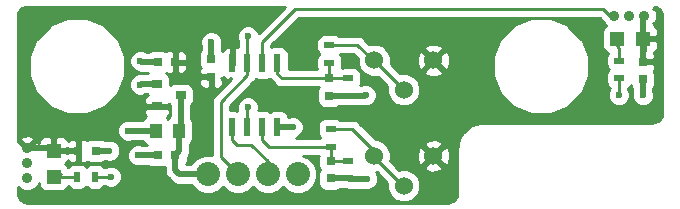
<source format=gbr>
G04 #@! TF.GenerationSoftware,KiCad,Pcbnew,(5.0.0-3-g5ebb6b6)*
G04 #@! TF.CreationDate,2018-08-08T21:58:00-07:00*
G04 #@! TF.ProjectId,MZBOT_XY-Endstop,4D5A424F545F58592D456E6473746F70,A*
G04 #@! TF.SameCoordinates,Original*
G04 #@! TF.FileFunction,Copper,L1,Top,Signal*
G04 #@! TF.FilePolarity,Positive*
%FSLAX46Y46*%
G04 Gerber Fmt 4.6, Leading zero omitted, Abs format (unit mm)*
G04 Created by KiCad (PCBNEW (5.0.0-3-g5ebb6b6)) date Wednesday, August 08, 2018 at 09:58:00 PM*
%MOMM*%
%LPD*%
G01*
G04 APERTURE LIST*
G04 #@! TA.AperFunction,ComponentPad*
%ADD10C,0.900000*%
G04 #@! TD*
G04 #@! TA.AperFunction,ComponentPad*
%ADD11C,1.524000*%
G04 #@! TD*
G04 #@! TA.AperFunction,SMDPad,CuDef*
%ADD12R,0.800000X0.750000*%
G04 #@! TD*
G04 #@! TA.AperFunction,ComponentPad*
%ADD13C,2.032000*%
G04 #@! TD*
G04 #@! TA.AperFunction,SMDPad,CuDef*
%ADD14R,0.500000X0.900000*%
G04 #@! TD*
G04 #@! TA.AperFunction,SMDPad,CuDef*
%ADD15R,0.750000X0.800000*%
G04 #@! TD*
G04 #@! TA.AperFunction,SMDPad,CuDef*
%ADD16R,0.900000X0.500000*%
G04 #@! TD*
G04 #@! TA.AperFunction,SMDPad,CuDef*
%ADD17R,0.600000X1.550000*%
G04 #@! TD*
G04 #@! TA.AperFunction,SMDPad,CuDef*
%ADD18R,0.900000X0.800000*%
G04 #@! TD*
G04 #@! TA.AperFunction,SMDPad,CuDef*
%ADD19R,1.000000X1.250000*%
G04 #@! TD*
G04 #@! TA.AperFunction,SMDPad,CuDef*
%ADD20R,1.200000X1.200000*%
G04 #@! TD*
G04 #@! TA.AperFunction,ViaPad*
%ADD21C,0.600000*%
G04 #@! TD*
G04 #@! TA.AperFunction,Conductor*
%ADD22C,0.508000*%
G04 #@! TD*
G04 #@! TA.AperFunction,Conductor*
%ADD23C,0.254000*%
G04 #@! TD*
G04 #@! TA.AperFunction,Conductor*
%ADD24C,0.250000*%
G04 #@! TD*
G04 APERTURE END LIST*
D10*
G04 #@! TO.P,U1,2*
G04 #@! TO.N,GND*
X123500000Y-106980000D03*
G04 #@! TO.P,U1,1*
G04 #@! TO.N,+3V3*
X123500000Y-105710000D03*
G04 #@! TO.P,U1,3*
G04 #@! TO.N,Net-(U1-Pad3)*
X123500000Y-108250000D03*
G04 #@! TD*
D11*
G04 #@! TO.P,VR1,1*
G04 #@! TO.N,Net-(R1-Pad2)*
X155400000Y-108850000D03*
G04 #@! TO.P,VR1,2*
X152900000Y-106350000D03*
G04 #@! TO.P,VR1,3*
G04 #@! TO.N,+3V3*
X157900000Y-106350000D03*
G04 #@! TD*
D12*
G04 #@! TO.P,C5,2*
G04 #@! TO.N,GND*
X129322200Y-105905800D03*
G04 #@! TO.P,C5,1*
G04 #@! TO.N,+3V3*
X127822200Y-105905800D03*
G04 #@! TD*
D13*
G04 #@! TO.P,J1,1*
G04 #@! TO.N,GND*
X146410000Y-107900000D03*
G04 #@! TO.P,J1,2*
G04 #@! TO.N,X_SIG*
X143870000Y-107900000D03*
G04 #@! TO.P,J1,3*
G04 #@! TO.N,Y_SIG*
X141330000Y-107900000D03*
G04 #@! TO.P,J1,4*
G04 #@! TO.N,+5V*
X138790000Y-107900000D03*
G04 #@! TD*
D14*
G04 #@! TO.P,R9,1*
G04 #@! TO.N,Net-(D1-Pad1)*
X127758000Y-108090200D03*
G04 #@! TO.P,R9,2*
G04 #@! TO.N,X_SIG*
X129258000Y-108090200D03*
G04 #@! TD*
D15*
G04 #@! TO.P,C1,2*
G04 #@! TO.N,GND*
X149200000Y-108250000D03*
G04 #@! TO.P,C1,1*
G04 #@! TO.N,Net-(C1-Pad1)*
X149200000Y-106750000D03*
G04 #@! TD*
G04 #@! TO.P,C2,2*
G04 #@! TO.N,GND*
X149100000Y-101250000D03*
G04 #@! TO.P,C2,1*
G04 #@! TO.N,Net-(C2-Pad1)*
X149100000Y-99750000D03*
G04 #@! TD*
D12*
G04 #@! TO.P,C3,2*
G04 #@! TO.N,GND*
X134550000Y-106300000D03*
G04 #@! TO.P,C3,1*
G04 #@! TO.N,+5V*
X136050000Y-106300000D03*
G04 #@! TD*
G04 #@! TO.P,C4,2*
G04 #@! TO.N,GND*
X134550000Y-98400000D03*
G04 #@! TO.P,C4,1*
G04 #@! TO.N,+3V3*
X136050000Y-98400000D03*
G04 #@! TD*
D16*
G04 #@! TO.P,R1,1*
G04 #@! TO.N,Net-(C1-Pad1)*
X149200000Y-105550000D03*
G04 #@! TO.P,R1,2*
G04 #@! TO.N,Net-(R1-Pad2)*
X149200000Y-104050000D03*
G04 #@! TD*
G04 #@! TO.P,R2,1*
G04 #@! TO.N,Net-(C1-Pad1)*
X150700000Y-106750000D03*
G04 #@! TO.P,R2,2*
G04 #@! TO.N,GND*
X150700000Y-108250000D03*
G04 #@! TD*
G04 #@! TO.P,R3,1*
G04 #@! TO.N,Net-(C2-Pad1)*
X149100000Y-98450000D03*
G04 #@! TO.P,R3,2*
G04 #@! TO.N,Net-(R3-Pad2)*
X149100000Y-96950000D03*
G04 #@! TD*
G04 #@! TO.P,R4,1*
G04 #@! TO.N,Net-(C2-Pad1)*
X150700000Y-99750000D03*
G04 #@! TO.P,R4,2*
G04 #@! TO.N,GND*
X150700000Y-101250000D03*
G04 #@! TD*
G04 #@! TO.P,R10,1*
G04 #@! TO.N,Net-(D2-Pad1)*
X173618400Y-98272400D03*
G04 #@! TO.P,R10,2*
G04 #@! TO.N,Y_SIG*
X173618400Y-99772400D03*
G04 #@! TD*
D10*
G04 #@! TO.P,U2,2*
G04 #@! TO.N,GND*
X174500000Y-94500000D03*
G04 #@! TO.P,U2,1*
G04 #@! TO.N,+3V3*
X175770000Y-94500000D03*
G04 #@! TO.P,U2,3*
G04 #@! TO.N,Net-(U2-Pad3)*
X173230000Y-94500000D03*
G04 #@! TD*
D17*
G04 #@! TO.P,U3,1*
G04 #@! TO.N,X_SIG*
X140895000Y-103900000D03*
G04 #@! TO.P,U3,2*
G04 #@! TO.N,Net-(U1-Pad3)*
X142165000Y-103900000D03*
G04 #@! TO.P,U3,3*
G04 #@! TO.N,Net-(C1-Pad1)*
X143435000Y-103900000D03*
G04 #@! TO.P,U3,4*
G04 #@! TO.N,GND*
X144705000Y-103900000D03*
G04 #@! TO.P,U3,5*
G04 #@! TO.N,Net-(C2-Pad1)*
X144705000Y-98500000D03*
G04 #@! TO.P,U3,6*
G04 #@! TO.N,Net-(U2-Pad3)*
X143435000Y-98500000D03*
G04 #@! TO.P,U3,7*
G04 #@! TO.N,Y_SIG*
X142165000Y-98500000D03*
G04 #@! TO.P,U3,8*
G04 #@! TO.N,+3V3*
X140895000Y-98500000D03*
G04 #@! TD*
D18*
G04 #@! TO.P,U4,1*
G04 #@! TO.N,GND*
X134500000Y-100250000D03*
G04 #@! TO.P,U4,2*
G04 #@! TO.N,+3V3*
X134500000Y-102150000D03*
G04 #@! TO.P,U4,3*
G04 #@! TO.N,+5V*
X136500000Y-101200000D03*
G04 #@! TD*
D15*
G04 #@! TO.P,C6,2*
G04 #@! TO.N,GND*
X175650400Y-99874000D03*
G04 #@! TO.P,C6,1*
G04 #@! TO.N,+3V3*
X175650400Y-98374000D03*
G04 #@! TD*
G04 #@! TO.P,C7,2*
G04 #@! TO.N,+3V3*
X139100000Y-99650000D03*
G04 #@! TO.P,C7,1*
G04 #@! TO.N,GND*
X139100000Y-98150000D03*
G04 #@! TD*
D19*
G04 #@! TO.P,C8,1*
G04 #@! TO.N,+5V*
X136400000Y-104200000D03*
G04 #@! TO.P,C8,2*
G04 #@! TO.N,GND*
X134400000Y-104200000D03*
G04 #@! TD*
D20*
G04 #@! TO.P,D1,2*
G04 #@! TO.N,+3V3*
X125750000Y-105900000D03*
G04 #@! TO.P,D1,1*
G04 #@! TO.N,Net-(D1-Pad1)*
X125750000Y-108100000D03*
G04 #@! TD*
G04 #@! TO.P,D2,2*
G04 #@! TO.N,+3V3*
X175658200Y-96431600D03*
G04 #@! TO.P,D2,1*
G04 #@! TO.N,Net-(D2-Pad1)*
X173458200Y-96431600D03*
G04 #@! TD*
D11*
G04 #@! TO.P,VR2,1*
G04 #@! TO.N,Net-(R3-Pad2)*
X155400000Y-100750000D03*
G04 #@! TO.P,VR2,2*
X152900000Y-98250000D03*
G04 #@! TO.P,VR2,3*
G04 #@! TO.N,+3V3*
X157900000Y-98250000D03*
G04 #@! TD*
D21*
G04 #@! TO.N,GND*
X132050000Y-104200000D03*
X139100000Y-96700000D03*
X132900000Y-106300000D03*
X133100000Y-98300000D03*
X133100000Y-100300000D03*
X152300000Y-108300000D03*
X146000000Y-103900000D03*
X152200000Y-101200000D03*
X175641000Y-101219000D03*
X130462000Y-105892000D03*
G04 #@! TO.N,Y_SIG*
X142200000Y-96200000D03*
X173600000Y-101200000D03*
G04 #@! TO.N,X_SIG*
X130600000Y-108100000D03*
G04 #@! TO.N,Net-(U1-Pad3)*
X142200000Y-102200000D03*
G04 #@! TD*
D22*
G04 #@! TO.N,GND*
X134400000Y-104200000D02*
X132050000Y-104200000D01*
X139100000Y-98150000D02*
X139100000Y-96700000D01*
X134550000Y-106300000D02*
X132900000Y-106300000D01*
X134550000Y-98400000D02*
X133200000Y-98400000D01*
X133200000Y-98400000D02*
X133100000Y-98300000D01*
X134500000Y-100250000D02*
X133150000Y-100250000D01*
X133150000Y-100250000D02*
X133100000Y-100300000D01*
X149200000Y-108250000D02*
X150700000Y-108250000D01*
X150700000Y-108250000D02*
X150750000Y-108300000D01*
X150750000Y-108300000D02*
X152300000Y-108300000D01*
X144705000Y-103900000D02*
X146000000Y-103900000D01*
X150700000Y-101250000D02*
X152150000Y-101250000D01*
X152150000Y-101250000D02*
X152200000Y-101200000D01*
X149100000Y-101250000D02*
X150700000Y-101250000D01*
X175650400Y-99874000D02*
X175650400Y-101209600D01*
X175650400Y-101209600D02*
X175641000Y-101219000D01*
X129322200Y-105905800D02*
X130448200Y-105905800D01*
X130448200Y-105905800D02*
X130462000Y-105892000D01*
D23*
G04 #@! TO.N,Net-(C1-Pad1)*
X149200000Y-105550000D02*
X149200000Y-106750000D01*
X149200000Y-106750000D02*
X150700000Y-106750000D01*
X149200000Y-105550000D02*
X143950000Y-105550000D01*
X143435000Y-105035000D02*
X143435000Y-103900000D01*
X143950000Y-105550000D02*
X143435000Y-105035000D01*
G04 #@! TO.N,Net-(C2-Pad1)*
X149100000Y-99750000D02*
X150700000Y-99750000D01*
X149100000Y-99750000D02*
X149100000Y-98450000D01*
X144705000Y-98500000D02*
X144705000Y-99405000D01*
X145050000Y-99750000D02*
X149100000Y-99750000D01*
X144705000Y-99405000D02*
X145050000Y-99750000D01*
D22*
G04 #@! TO.N,+5V*
X138790000Y-107900000D02*
X136400000Y-107900000D01*
X136050000Y-107550000D02*
X136050000Y-106300000D01*
X136400000Y-107900000D02*
X136050000Y-107550000D01*
X136050000Y-106300000D02*
X136400000Y-105950000D01*
X136400000Y-105950000D02*
X136400000Y-104200000D01*
X136400000Y-104200000D02*
X136500000Y-104100000D01*
X136500000Y-104100000D02*
X136500000Y-101200000D01*
G04 #@! TO.N,+3V3*
X123500000Y-105710000D02*
X125560000Y-105710000D01*
X125750000Y-105900000D02*
X127816400Y-105900000D01*
X125560000Y-105710000D02*
X125750000Y-105900000D01*
X125560000Y-105710000D02*
X125750000Y-105900000D01*
X127816400Y-105900000D02*
X127822200Y-105905800D01*
X175658200Y-96431600D02*
X175658200Y-94611800D01*
X175658200Y-94611800D02*
X175770000Y-94500000D01*
X175658200Y-96431600D02*
X175658200Y-98366200D01*
X175658200Y-98366200D02*
X175650400Y-98374000D01*
D23*
G04 #@! TO.N,Y_SIG*
X142165000Y-98500000D02*
X142165000Y-99535000D01*
X139900000Y-106470000D02*
X141330000Y-107900000D01*
X139900000Y-101800000D02*
X139900000Y-106470000D01*
X142165000Y-99535000D02*
X139900000Y-101800000D01*
X173618400Y-99772400D02*
X173618400Y-101181600D01*
X142165000Y-96235000D02*
X142165000Y-98500000D01*
X142200000Y-96200000D02*
X142165000Y-96235000D01*
X173618400Y-101181600D02*
X173600000Y-101200000D01*
G04 #@! TO.N,X_SIG*
X129258000Y-108090200D02*
X130590200Y-108090200D01*
X130590200Y-108090200D02*
X130600000Y-108100000D01*
X140895000Y-103900000D02*
X140895000Y-104995000D01*
X143870000Y-106770000D02*
X143870000Y-107900000D01*
X142500000Y-105400000D02*
X143870000Y-106770000D01*
X141300000Y-105400000D02*
X142500000Y-105400000D01*
X140895000Y-104995000D02*
X141300000Y-105400000D01*
G04 #@! TO.N,Net-(U1-Pad3)*
X142165000Y-102235000D02*
X142165000Y-103900000D01*
X142200000Y-102200000D02*
X142165000Y-102235000D01*
G04 #@! TO.N,Net-(U2-Pad3)*
X173230000Y-94500000D02*
X172900000Y-94500000D01*
X172900000Y-94500000D02*
X172300000Y-93900000D01*
X143435000Y-96665000D02*
X143435000Y-98500000D01*
X146200000Y-93900000D02*
X143435000Y-96665000D01*
X172300000Y-93900000D02*
X146200000Y-93900000D01*
G04 #@! TO.N,Net-(D1-Pad1)*
X125750000Y-108100000D02*
X127748200Y-108100000D01*
D24*
X126225000Y-107900000D02*
X126350000Y-107900000D01*
D23*
X127650000Y-108100000D02*
X127750000Y-108000000D01*
X127748200Y-108100000D02*
X127758000Y-108090200D01*
G04 #@! TO.N,Net-(D2-Pad1)*
X173458200Y-96431600D02*
X173458200Y-97033400D01*
X173618400Y-97193600D02*
X173618400Y-98272400D01*
X173458200Y-97033400D02*
X173618400Y-97193600D01*
G04 #@! TO.N,Net-(R1-Pad2)*
X152900000Y-106350000D02*
X152900000Y-105900000D01*
X152900000Y-105900000D02*
X151050000Y-104050000D01*
X151050000Y-104050000D02*
X149200000Y-104050000D01*
X155300000Y-108850000D02*
X152800000Y-106350000D01*
X152800000Y-106350000D02*
X152800000Y-106000000D01*
G04 #@! TO.N,Net-(R3-Pad2)*
X155400000Y-100750000D02*
X152900000Y-98250000D01*
X152900000Y-98250000D02*
X152750000Y-98250000D01*
X152750000Y-98250000D02*
X151450000Y-96950000D01*
X151450000Y-96950000D02*
X149100000Y-96950000D01*
G04 #@! TD*
G04 #@! TO.N,+3V3*
G36*
X143097906Y-95924464D02*
X142992655Y-95670365D01*
X142729635Y-95407345D01*
X142385983Y-95265000D01*
X142014017Y-95265000D01*
X141670365Y-95407345D01*
X141407345Y-95670365D01*
X141265000Y-96014017D01*
X141265000Y-96385983D01*
X141403000Y-96719146D01*
X141403000Y-97123837D01*
X141321310Y-97090000D01*
X141180750Y-97090000D01*
X141022000Y-97248750D01*
X141022000Y-98373000D01*
X141042000Y-98373000D01*
X141042000Y-98627000D01*
X141022000Y-98627000D01*
X141022000Y-98647000D01*
X140768000Y-98647000D01*
X140768000Y-98627000D01*
X140748000Y-98627000D01*
X140748000Y-98373000D01*
X140768000Y-98373000D01*
X140768000Y-97248750D01*
X140609250Y-97090000D01*
X140468690Y-97090000D01*
X140235301Y-97186673D01*
X140056673Y-97365302D01*
X140027967Y-97434604D01*
X139989000Y-97376286D01*
X139989000Y-96997037D01*
X140035000Y-96885983D01*
X140035000Y-96514017D01*
X139892655Y-96170365D01*
X139629635Y-95907345D01*
X139285983Y-95765000D01*
X138914017Y-95765000D01*
X138570365Y-95907345D01*
X138307345Y-96170365D01*
X138165000Y-96514017D01*
X138165000Y-96885983D01*
X138211001Y-96997039D01*
X138211001Y-97376285D01*
X138126843Y-97502235D01*
X138077560Y-97750000D01*
X138077560Y-98550000D01*
X138126843Y-98797765D01*
X138187873Y-98889102D01*
X138186673Y-98890302D01*
X138090000Y-99123691D01*
X138090000Y-99364250D01*
X138248750Y-99523000D01*
X138973000Y-99523000D01*
X138973000Y-99503000D01*
X139227000Y-99503000D01*
X139227000Y-99523000D01*
X139247000Y-99523000D01*
X139247000Y-99777000D01*
X139227000Y-99777000D01*
X139227000Y-100526250D01*
X139385750Y-100685000D01*
X139601310Y-100685000D01*
X139834699Y-100588327D01*
X140013327Y-100409698D01*
X140110000Y-100176309D01*
X140110000Y-99935750D01*
X139951252Y-99777002D01*
X140110000Y-99777002D01*
X140110000Y-99688025D01*
X140235301Y-99813327D01*
X140468690Y-99910000D01*
X140609250Y-99910000D01*
X140767998Y-99751252D01*
X140767998Y-99854371D01*
X139414253Y-101208117D01*
X139350629Y-101250629D01*
X139182212Y-101502684D01*
X139138000Y-101724953D01*
X139138000Y-101724957D01*
X139123073Y-101800000D01*
X139138000Y-101875043D01*
X139138001Y-106257117D01*
X139118404Y-106249000D01*
X138461596Y-106249000D01*
X137854784Y-106500350D01*
X137390350Y-106964784D01*
X137371207Y-107011000D01*
X136989200Y-107011000D01*
X137048157Y-106922765D01*
X137097440Y-106675000D01*
X137097440Y-106506364D01*
X137237419Y-106296870D01*
X137289000Y-106037556D01*
X137289000Y-106037555D01*
X137306416Y-105950000D01*
X137289000Y-105862445D01*
X137289000Y-105328786D01*
X137357809Y-105282809D01*
X137498157Y-105072765D01*
X137547440Y-104825000D01*
X137547440Y-103575000D01*
X137498157Y-103327235D01*
X137389000Y-103163871D01*
X137389000Y-102070377D01*
X137407809Y-102057809D01*
X137548157Y-101847765D01*
X137597440Y-101600000D01*
X137597440Y-100800000D01*
X137548157Y-100552235D01*
X137407809Y-100342191D01*
X137197765Y-100201843D01*
X136950000Y-100152560D01*
X136050000Y-100152560D01*
X135802235Y-100201843D01*
X135597440Y-100338684D01*
X135597440Y-99935750D01*
X138090000Y-99935750D01*
X138090000Y-100176309D01*
X138186673Y-100409698D01*
X138365301Y-100588327D01*
X138598690Y-100685000D01*
X138814250Y-100685000D01*
X138973000Y-100526250D01*
X138973000Y-99777000D01*
X138248750Y-99777000D01*
X138090000Y-99935750D01*
X135597440Y-99935750D01*
X135597440Y-99850000D01*
X135548157Y-99602235D01*
X135407809Y-99392191D01*
X135288544Y-99312500D01*
X135289102Y-99312127D01*
X135290302Y-99313327D01*
X135523691Y-99410000D01*
X135764250Y-99410000D01*
X135923000Y-99251250D01*
X135923000Y-98527000D01*
X136177000Y-98527000D01*
X136177000Y-99251250D01*
X136335750Y-99410000D01*
X136576309Y-99410000D01*
X136809698Y-99313327D01*
X136988327Y-99134699D01*
X137085000Y-98901310D01*
X137085000Y-98685750D01*
X136926250Y-98527000D01*
X136177000Y-98527000D01*
X135923000Y-98527000D01*
X135903000Y-98527000D01*
X135903000Y-98273000D01*
X135923000Y-98273000D01*
X135923000Y-97548750D01*
X136177000Y-97548750D01*
X136177000Y-98273000D01*
X136926250Y-98273000D01*
X137085000Y-98114250D01*
X137085000Y-97898690D01*
X136988327Y-97665301D01*
X136809698Y-97486673D01*
X136576309Y-97390000D01*
X136335750Y-97390000D01*
X136177000Y-97548750D01*
X135923000Y-97548750D01*
X135764250Y-97390000D01*
X135523691Y-97390000D01*
X135290302Y-97486673D01*
X135289102Y-97487873D01*
X135197765Y-97426843D01*
X134950000Y-97377560D01*
X134150000Y-97377560D01*
X133902235Y-97426843D01*
X133776286Y-97511000D01*
X133633290Y-97511000D01*
X133629635Y-97507345D01*
X133285983Y-97365000D01*
X132914017Y-97365000D01*
X132570365Y-97507345D01*
X132307345Y-97770365D01*
X132165000Y-98114017D01*
X132165000Y-98485983D01*
X132307345Y-98829635D01*
X132570365Y-99092655D01*
X132744299Y-99164701D01*
X132853130Y-99237419D01*
X133112444Y-99289000D01*
X133112448Y-99289000D01*
X133199999Y-99306415D01*
X133287550Y-99289000D01*
X133746626Y-99289000D01*
X133638871Y-99361000D01*
X133237556Y-99361000D01*
X133150000Y-99343584D01*
X133062444Y-99361000D01*
X133042335Y-99365000D01*
X132914017Y-99365000D01*
X132570365Y-99507345D01*
X132307345Y-99770365D01*
X132165000Y-100114017D01*
X132165000Y-100485983D01*
X132307345Y-100829635D01*
X132570365Y-101092655D01*
X132914017Y-101235000D01*
X133285983Y-101235000D01*
X133517748Y-101139000D01*
X133638871Y-101139000D01*
X133725694Y-101197013D01*
X133690302Y-101211673D01*
X133511673Y-101390301D01*
X133415000Y-101623690D01*
X133415000Y-101864250D01*
X133573750Y-102023000D01*
X134373000Y-102023000D01*
X134373000Y-102003000D01*
X134627000Y-102003000D01*
X134627000Y-102023000D01*
X135426250Y-102023000D01*
X135511781Y-101937469D01*
X135592191Y-102057809D01*
X135611001Y-102070377D01*
X135611000Y-103004395D01*
X135442191Y-103117191D01*
X135400000Y-103180334D01*
X135357809Y-103117191D01*
X135311666Y-103086359D01*
X135488327Y-102909699D01*
X135585000Y-102676310D01*
X135585000Y-102435750D01*
X135426250Y-102277000D01*
X134627000Y-102277000D01*
X134627000Y-102297000D01*
X134373000Y-102297000D01*
X134373000Y-102277000D01*
X133573750Y-102277000D01*
X133415000Y-102435750D01*
X133415000Y-102676310D01*
X133511673Y-102909699D01*
X133608225Y-103006250D01*
X133442191Y-103117191D01*
X133312691Y-103311000D01*
X132347037Y-103311000D01*
X132235983Y-103265000D01*
X131864017Y-103265000D01*
X131520365Y-103407345D01*
X131257345Y-103670365D01*
X131115000Y-104014017D01*
X131115000Y-104385983D01*
X131257345Y-104729635D01*
X131520365Y-104992655D01*
X131864017Y-105135000D01*
X132235983Y-105135000D01*
X132347037Y-105089000D01*
X133312691Y-105089000D01*
X133442191Y-105282809D01*
X133634041Y-105411000D01*
X133197037Y-105411000D01*
X133085983Y-105365000D01*
X132714017Y-105365000D01*
X132370365Y-105507345D01*
X132107345Y-105770365D01*
X131965000Y-106114017D01*
X131965000Y-106485983D01*
X132107345Y-106829635D01*
X132370365Y-107092655D01*
X132714017Y-107235000D01*
X133085983Y-107235000D01*
X133197037Y-107189000D01*
X133776286Y-107189000D01*
X133902235Y-107273157D01*
X134150000Y-107322440D01*
X134950000Y-107322440D01*
X135161000Y-107280470D01*
X135161000Y-107462445D01*
X135143584Y-107550000D01*
X135161000Y-107637555D01*
X135212581Y-107896869D01*
X135409067Y-108190933D01*
X135483296Y-108240531D01*
X135709469Y-108466704D01*
X135759067Y-108540933D01*
X136053130Y-108737419D01*
X136312444Y-108789000D01*
X136312445Y-108789000D01*
X136400000Y-108806416D01*
X136487555Y-108789000D01*
X137371207Y-108789000D01*
X137390350Y-108835216D01*
X137854784Y-109299650D01*
X138461596Y-109551000D01*
X139118404Y-109551000D01*
X139725216Y-109299650D01*
X140060000Y-108964866D01*
X140394784Y-109299650D01*
X141001596Y-109551000D01*
X141658404Y-109551000D01*
X142265216Y-109299650D01*
X142600000Y-108964866D01*
X142934784Y-109299650D01*
X143541596Y-109551000D01*
X144198404Y-109551000D01*
X144805216Y-109299650D01*
X145140000Y-108964866D01*
X145474784Y-109299650D01*
X146081596Y-109551000D01*
X146738404Y-109551000D01*
X147345216Y-109299650D01*
X147809650Y-108835216D01*
X148061000Y-108228404D01*
X148061000Y-107571596D01*
X147809650Y-106964784D01*
X147345216Y-106500350D01*
X146890499Y-106312000D01*
X148185119Y-106312000D01*
X148177560Y-106350000D01*
X148177560Y-107150000D01*
X148226843Y-107397765D01*
X148295155Y-107500000D01*
X148226843Y-107602235D01*
X148177560Y-107850000D01*
X148177560Y-108650000D01*
X148226843Y-108897765D01*
X148367191Y-109107809D01*
X148577235Y-109248157D01*
X148825000Y-109297440D01*
X149575000Y-109297440D01*
X149822765Y-109248157D01*
X149986129Y-109139000D01*
X150207569Y-109139000D01*
X150250000Y-109147440D01*
X150453509Y-109147440D01*
X150750000Y-109206416D01*
X150837556Y-109189000D01*
X152002963Y-109189000D01*
X152114017Y-109235000D01*
X152485983Y-109235000D01*
X152829635Y-109092655D01*
X153092655Y-108829635D01*
X153235000Y-108485983D01*
X153235000Y-108114017D01*
X153092655Y-107770365D01*
X153069290Y-107747000D01*
X153119370Y-107747000D01*
X154003000Y-108630631D01*
X154003000Y-109127881D01*
X154215680Y-109641337D01*
X154608663Y-110034320D01*
X155122119Y-110247000D01*
X155677881Y-110247000D01*
X156191337Y-110034320D01*
X156584320Y-109641337D01*
X156797000Y-109127881D01*
X156797000Y-108572119D01*
X156584320Y-108058663D01*
X156191337Y-107665680D01*
X155677881Y-107453000D01*
X155122119Y-107453000D01*
X155022072Y-107494441D01*
X154857844Y-107330213D01*
X157099392Y-107330213D01*
X157168857Y-107572397D01*
X157692302Y-107759144D01*
X158247368Y-107731362D01*
X158631143Y-107572397D01*
X158700608Y-107330213D01*
X157900000Y-106529605D01*
X157099392Y-107330213D01*
X154857844Y-107330213D01*
X154255559Y-106727929D01*
X154297000Y-106627881D01*
X154297000Y-106142302D01*
X156490856Y-106142302D01*
X156518638Y-106697368D01*
X156677603Y-107081143D01*
X156919787Y-107150608D01*
X157720395Y-106350000D01*
X158079605Y-106350000D01*
X158880213Y-107150608D01*
X159122397Y-107081143D01*
X159309144Y-106557698D01*
X159281362Y-106002632D01*
X159122397Y-105618857D01*
X158880213Y-105549392D01*
X158079605Y-106350000D01*
X157720395Y-106350000D01*
X156919787Y-105549392D01*
X156677603Y-105618857D01*
X156490856Y-106142302D01*
X154297000Y-106142302D01*
X154297000Y-106072119D01*
X154084320Y-105558663D01*
X153895444Y-105369787D01*
X157099392Y-105369787D01*
X157900000Y-106170395D01*
X158700608Y-105369787D01*
X158631143Y-105127603D01*
X158107698Y-104940856D01*
X157552632Y-104968638D01*
X157168857Y-105127603D01*
X157099392Y-105369787D01*
X153895444Y-105369787D01*
X153691337Y-105165680D01*
X153177881Y-104953000D01*
X153030631Y-104953000D01*
X151641883Y-103564253D01*
X151599371Y-103500629D01*
X151347317Y-103332212D01*
X151125048Y-103288000D01*
X151125043Y-103288000D01*
X151050000Y-103273073D01*
X150974957Y-103288000D01*
X150026707Y-103288000D01*
X149897765Y-103201843D01*
X149650000Y-103152560D01*
X148750000Y-103152560D01*
X148502235Y-103201843D01*
X148292191Y-103342191D01*
X148151843Y-103552235D01*
X148102560Y-103800000D01*
X148102560Y-104300000D01*
X148151843Y-104547765D01*
X148292191Y-104757809D01*
X148337375Y-104788000D01*
X146299451Y-104788000D01*
X146529635Y-104692655D01*
X146792655Y-104429635D01*
X146935000Y-104085983D01*
X146935000Y-103714017D01*
X146792655Y-103370365D01*
X146529635Y-103107345D01*
X146185983Y-102965000D01*
X145814017Y-102965000D01*
X145702963Y-103011000D01*
X145629764Y-103011000D01*
X145603157Y-102877235D01*
X145462809Y-102667191D01*
X145252765Y-102526843D01*
X145005000Y-102477560D01*
X144405000Y-102477560D01*
X144157235Y-102526843D01*
X144070000Y-102585132D01*
X143982765Y-102526843D01*
X143735000Y-102477560D01*
X143135000Y-102477560D01*
X143093662Y-102485783D01*
X143135000Y-102385983D01*
X143135000Y-102014017D01*
X142992655Y-101670365D01*
X142729635Y-101407345D01*
X142385983Y-101265000D01*
X142014017Y-101265000D01*
X141670365Y-101407345D01*
X141407345Y-101670365D01*
X141265000Y-102014017D01*
X141265000Y-102385983D01*
X141312623Y-102500957D01*
X141195000Y-102477560D01*
X140662000Y-102477560D01*
X140662000Y-102115630D01*
X142650749Y-100126882D01*
X142714371Y-100084371D01*
X142865295Y-99858497D01*
X142887235Y-99873157D01*
X143135000Y-99922440D01*
X143735000Y-99922440D01*
X143982765Y-99873157D01*
X144064757Y-99818371D01*
X144101365Y-99873157D01*
X144155630Y-99954371D01*
X144219252Y-99996882D01*
X144458116Y-100235746D01*
X144500629Y-100299371D01*
X144752683Y-100467788D01*
X144974952Y-100512000D01*
X144974953Y-100512000D01*
X145050000Y-100526928D01*
X145125047Y-100512000D01*
X148187137Y-100512000D01*
X148126843Y-100602235D01*
X148077560Y-100850000D01*
X148077560Y-101650000D01*
X148126843Y-101897765D01*
X148267191Y-102107809D01*
X148477235Y-102248157D01*
X148725000Y-102297440D01*
X149475000Y-102297440D01*
X149722765Y-102248157D01*
X149886129Y-102139000D01*
X150207569Y-102139000D01*
X150250000Y-102147440D01*
X151150000Y-102147440D01*
X151192431Y-102139000D01*
X152062445Y-102139000D01*
X152150000Y-102156416D01*
X152237555Y-102139000D01*
X152237556Y-102139000D01*
X152257665Y-102135000D01*
X152385983Y-102135000D01*
X152729635Y-101992655D01*
X152992655Y-101729635D01*
X153135000Y-101385983D01*
X153135000Y-101014017D01*
X152992655Y-100670365D01*
X152729635Y-100407345D01*
X152385983Y-100265000D01*
X152014017Y-100265000D01*
X151782252Y-100361000D01*
X151672495Y-100361000D01*
X151748157Y-100247765D01*
X151797440Y-100000000D01*
X151797440Y-99500000D01*
X151748157Y-99252235D01*
X151607809Y-99042191D01*
X151397765Y-98901843D01*
X151150000Y-98852560D01*
X150250000Y-98852560D01*
X150163679Y-98869730D01*
X150197440Y-98700000D01*
X150197440Y-98200000D01*
X150148157Y-97952235D01*
X150007809Y-97742191D01*
X149962625Y-97712000D01*
X151134370Y-97712000D01*
X151503000Y-98080630D01*
X151503000Y-98527881D01*
X151715680Y-99041337D01*
X152108663Y-99434320D01*
X152622119Y-99647000D01*
X153177881Y-99647000D01*
X153207218Y-99634848D01*
X154015152Y-100442782D01*
X154003000Y-100472119D01*
X154003000Y-101027881D01*
X154215680Y-101541337D01*
X154608663Y-101934320D01*
X155122119Y-102147000D01*
X155677881Y-102147000D01*
X156191337Y-101934320D01*
X156584320Y-101541337D01*
X156797000Y-101027881D01*
X156797000Y-100472119D01*
X156584320Y-99958663D01*
X156191337Y-99565680D01*
X155677881Y-99353000D01*
X155122119Y-99353000D01*
X155092782Y-99365152D01*
X154957843Y-99230213D01*
X157099392Y-99230213D01*
X157168857Y-99472397D01*
X157692302Y-99659144D01*
X158247368Y-99631362D01*
X158631143Y-99472397D01*
X158700608Y-99230213D01*
X157900000Y-98429605D01*
X157099392Y-99230213D01*
X154957843Y-99230213D01*
X154284848Y-98557218D01*
X154297000Y-98527881D01*
X154297000Y-98042302D01*
X156490856Y-98042302D01*
X156518638Y-98597368D01*
X156677603Y-98981143D01*
X156919787Y-99050608D01*
X157720395Y-98250000D01*
X158079605Y-98250000D01*
X158880213Y-99050608D01*
X159122397Y-98981143D01*
X159309144Y-98457698D01*
X159284243Y-97960180D01*
X162923220Y-97960180D01*
X162923220Y-99532440D01*
X162932820Y-99580878D01*
X163532260Y-101033758D01*
X163559755Y-101075020D01*
X164669735Y-102187540D01*
X164711027Y-102215168D01*
X166163907Y-102817148D01*
X166212520Y-102826820D01*
X167784780Y-102826820D01*
X167833290Y-102817190D01*
X169283630Y-102217750D01*
X169324820Y-102190285D01*
X170437340Y-101080305D01*
X170464938Y-101039086D01*
X171066918Y-99588746D01*
X171076620Y-99540060D01*
X171076620Y-97967800D01*
X171067020Y-97919362D01*
X170467580Y-96466482D01*
X170440085Y-96425220D01*
X169330105Y-95312700D01*
X169288886Y-95285102D01*
X167838546Y-94683122D01*
X167789860Y-94673420D01*
X166217600Y-94673420D01*
X166169162Y-94683020D01*
X164716282Y-95282460D01*
X164675020Y-95309955D01*
X163562500Y-96419935D01*
X163534902Y-96461154D01*
X162932922Y-97911494D01*
X162923220Y-97960180D01*
X159284243Y-97960180D01*
X159281362Y-97902632D01*
X159122397Y-97518857D01*
X158880213Y-97449392D01*
X158079605Y-98250000D01*
X157720395Y-98250000D01*
X156919787Y-97449392D01*
X156677603Y-97518857D01*
X156490856Y-98042302D01*
X154297000Y-98042302D01*
X154297000Y-97972119D01*
X154084320Y-97458663D01*
X153895444Y-97269787D01*
X157099392Y-97269787D01*
X157900000Y-98070395D01*
X158700608Y-97269787D01*
X158631143Y-97027603D01*
X158107698Y-96840856D01*
X157552632Y-96868638D01*
X157168857Y-97027603D01*
X157099392Y-97269787D01*
X153895444Y-97269787D01*
X153691337Y-97065680D01*
X153177881Y-96853000D01*
X152622119Y-96853000D01*
X152486716Y-96909086D01*
X152041883Y-96464253D01*
X151999371Y-96400629D01*
X151747317Y-96232212D01*
X151525048Y-96188000D01*
X151525043Y-96188000D01*
X151450000Y-96173073D01*
X151374957Y-96188000D01*
X149926707Y-96188000D01*
X149797765Y-96101843D01*
X149550000Y-96052560D01*
X148650000Y-96052560D01*
X148402235Y-96101843D01*
X148192191Y-96242191D01*
X148051843Y-96452235D01*
X148002560Y-96700000D01*
X148002560Y-97200000D01*
X148051843Y-97447765D01*
X148192191Y-97657809D01*
X148255334Y-97700000D01*
X148192191Y-97742191D01*
X148051843Y-97952235D01*
X148002560Y-98200000D01*
X148002560Y-98700000D01*
X148051843Y-98947765D01*
X148078727Y-98988000D01*
X145652440Y-98988000D01*
X145652440Y-97725000D01*
X145603157Y-97477235D01*
X145462809Y-97267191D01*
X145252765Y-97126843D01*
X145005000Y-97077560D01*
X144405000Y-97077560D01*
X144197000Y-97118933D01*
X144197000Y-96980630D01*
X146515630Y-94662000D01*
X171984370Y-94662000D01*
X172220527Y-94898158D01*
X172310182Y-95114603D01*
X172501686Y-95306107D01*
X172400391Y-95373791D01*
X172260043Y-95583835D01*
X172210760Y-95831600D01*
X172210760Y-97031600D01*
X172260043Y-97279365D01*
X172400391Y-97489409D01*
X172610435Y-97629757D01*
X172660406Y-97639697D01*
X172570243Y-97774635D01*
X172520960Y-98022400D01*
X172520960Y-98522400D01*
X172570243Y-98770165D01*
X172710591Y-98980209D01*
X172773734Y-99022400D01*
X172710591Y-99064591D01*
X172570243Y-99274635D01*
X172520960Y-99522400D01*
X172520960Y-100022400D01*
X172570243Y-100270165D01*
X172710591Y-100480209D01*
X172856401Y-100577637D01*
X172856401Y-100621309D01*
X172807345Y-100670365D01*
X172665000Y-101014017D01*
X172665000Y-101385983D01*
X172807345Y-101729635D01*
X173070365Y-101992655D01*
X173414017Y-102135000D01*
X173785983Y-102135000D01*
X174129635Y-101992655D01*
X174392655Y-101729635D01*
X174535000Y-101385983D01*
X174535000Y-101014017D01*
X174392655Y-100670365D01*
X174380400Y-100658110D01*
X174380400Y-100577636D01*
X174526209Y-100480209D01*
X174636226Y-100315558D01*
X174677243Y-100521765D01*
X174761401Y-100647715D01*
X174761401Y-100899267D01*
X174706000Y-101033017D01*
X174706000Y-101404983D01*
X174848345Y-101748635D01*
X175111365Y-102011655D01*
X175455017Y-102154000D01*
X175826983Y-102154000D01*
X176170635Y-102011655D01*
X176433655Y-101748635D01*
X176576000Y-101404983D01*
X176576000Y-101033017D01*
X176539400Y-100944657D01*
X176539400Y-100647714D01*
X176623557Y-100521765D01*
X176672840Y-100274000D01*
X176672840Y-99474000D01*
X176623557Y-99226235D01*
X176562527Y-99134898D01*
X176563727Y-99133698D01*
X176660400Y-98900309D01*
X176660400Y-98659750D01*
X176501650Y-98501000D01*
X175777400Y-98501000D01*
X175777400Y-98521000D01*
X175523400Y-98521000D01*
X175523400Y-98501000D01*
X175503400Y-98501000D01*
X175503400Y-98247000D01*
X175523400Y-98247000D01*
X175523400Y-97515650D01*
X175531200Y-97507850D01*
X175531200Y-97497750D01*
X175777400Y-97497750D01*
X175777400Y-98247000D01*
X176501650Y-98247000D01*
X176660400Y-98088250D01*
X176660400Y-97847691D01*
X176563727Y-97614302D01*
X176548216Y-97598790D01*
X176617898Y-97569927D01*
X176796527Y-97391299D01*
X176893200Y-97157910D01*
X176893200Y-96717350D01*
X176734450Y-96558600D01*
X175785200Y-96558600D01*
X175785200Y-97489950D01*
X175777400Y-97497750D01*
X175531200Y-97497750D01*
X175531200Y-96558600D01*
X175511200Y-96558600D01*
X175511200Y-96304600D01*
X175531200Y-96304600D01*
X175531200Y-96284600D01*
X175785200Y-96284600D01*
X175785200Y-96304600D01*
X176734450Y-96304600D01*
X176893200Y-96145850D01*
X176893200Y-95705290D01*
X176796527Y-95471901D01*
X176617898Y-95293273D01*
X176561183Y-95269781D01*
X176640286Y-95190678D01*
X176523748Y-95074140D01*
X176733712Y-95043197D01*
X176868226Y-94633052D01*
X176835546Y-94202651D01*
X176733712Y-93956803D01*
X176523748Y-93925860D01*
X176640286Y-93809322D01*
X176560862Y-93729898D01*
X176752733Y-93761834D01*
X176978209Y-93883495D01*
X177152124Y-94071635D01*
X177261495Y-94319026D01*
X177290001Y-94544674D01*
X177290000Y-102691315D01*
X177238166Y-103002733D01*
X177116506Y-103228209D01*
X176928366Y-103402123D01*
X176680974Y-103511494D01*
X176455327Y-103540000D01*
X162080074Y-103540000D01*
X162036122Y-103548743D01*
X161687979Y-103592723D01*
X161647707Y-103604767D01*
X161605801Y-103608065D01*
X161489880Y-103647754D01*
X161039381Y-103846918D01*
X160992649Y-103877615D01*
X160941334Y-103899821D01*
X160844522Y-103974917D01*
X160844517Y-103974920D01*
X160844515Y-103974923D01*
X160482819Y-104309269D01*
X160448550Y-104353448D01*
X160407191Y-104391082D01*
X160339929Y-104493481D01*
X160339923Y-104493489D01*
X160339923Y-104493490D01*
X160339922Y-104493492D01*
X160106027Y-104926977D01*
X160087916Y-104979874D01*
X160060978Y-105028874D01*
X160030507Y-105147552D01*
X159951457Y-105622481D01*
X159940001Y-105680074D01*
X159940000Y-109441314D01*
X159888166Y-109752733D01*
X159766506Y-109978209D01*
X159578366Y-110152123D01*
X159330974Y-110261494D01*
X159105327Y-110290000D01*
X123558685Y-110290000D01*
X123247267Y-110238166D01*
X123021791Y-110116506D01*
X122847877Y-109928366D01*
X122738506Y-109680974D01*
X122710000Y-109455327D01*
X122710000Y-108994421D01*
X122885397Y-109169818D01*
X123284180Y-109335000D01*
X123715820Y-109335000D01*
X124114603Y-109169818D01*
X124419818Y-108864603D01*
X124502560Y-108664847D01*
X124502560Y-108700000D01*
X124551843Y-108947765D01*
X124692191Y-109157809D01*
X124902235Y-109298157D01*
X125150000Y-109347440D01*
X126350000Y-109347440D01*
X126597765Y-109298157D01*
X126807809Y-109157809D01*
X126948157Y-108947765D01*
X126963862Y-108868810D01*
X127050191Y-108998009D01*
X127260235Y-109138357D01*
X127508000Y-109187640D01*
X128008000Y-109187640D01*
X128255765Y-109138357D01*
X128465809Y-108998009D01*
X128508000Y-108934866D01*
X128550191Y-108998009D01*
X128760235Y-109138357D01*
X129008000Y-109187640D01*
X129508000Y-109187640D01*
X129755765Y-109138357D01*
X129965809Y-108998009D01*
X130049888Y-108872178D01*
X130070365Y-108892655D01*
X130414017Y-109035000D01*
X130785983Y-109035000D01*
X131129635Y-108892655D01*
X131392655Y-108629635D01*
X131535000Y-108285983D01*
X131535000Y-107914017D01*
X131392655Y-107570365D01*
X131129635Y-107307345D01*
X130785983Y-107165000D01*
X130414017Y-107165000D01*
X130070365Y-107307345D01*
X130057738Y-107319972D01*
X129965809Y-107182391D01*
X129755765Y-107042043D01*
X129508000Y-106992760D01*
X129008000Y-106992760D01*
X128760235Y-107042043D01*
X128550191Y-107182391D01*
X128508000Y-107245534D01*
X128465809Y-107182391D01*
X128255765Y-107042043D01*
X128008000Y-106992760D01*
X127508000Y-106992760D01*
X127260235Y-107042043D01*
X127050191Y-107182391D01*
X126960858Y-107316087D01*
X126948157Y-107252235D01*
X126807809Y-107042191D01*
X126746680Y-107001346D01*
X126888327Y-106859698D01*
X126951225Y-106707850D01*
X127062502Y-106819127D01*
X127295891Y-106915800D01*
X127536450Y-106915800D01*
X127695200Y-106757050D01*
X127695200Y-106032800D01*
X126945950Y-106032800D01*
X126889000Y-106089750D01*
X126826250Y-106027000D01*
X125877000Y-106027000D01*
X125877000Y-106047000D01*
X125623000Y-106047000D01*
X125623000Y-106027000D01*
X125603000Y-106027000D01*
X125603000Y-105773000D01*
X125623000Y-105773000D01*
X125623000Y-104823750D01*
X125877000Y-104823750D01*
X125877000Y-105773000D01*
X126826250Y-105773000D01*
X126883200Y-105716050D01*
X126945950Y-105778800D01*
X127695200Y-105778800D01*
X127695200Y-105054550D01*
X127949200Y-105054550D01*
X127949200Y-105778800D01*
X127969200Y-105778800D01*
X127969200Y-106032800D01*
X127949200Y-106032800D01*
X127949200Y-106757050D01*
X128107950Y-106915800D01*
X128348509Y-106915800D01*
X128581898Y-106819127D01*
X128583098Y-106817927D01*
X128674435Y-106878957D01*
X128922200Y-106928240D01*
X129722200Y-106928240D01*
X129969965Y-106878957D01*
X130095914Y-106794800D01*
X130198279Y-106794800D01*
X130276017Y-106827000D01*
X130647983Y-106827000D01*
X130991635Y-106684655D01*
X131254655Y-106421635D01*
X131397000Y-106077983D01*
X131397000Y-105706017D01*
X131254655Y-105362365D01*
X130991635Y-105099345D01*
X130647983Y-104957000D01*
X130276017Y-104957000D01*
X130131647Y-105016800D01*
X130095914Y-105016800D01*
X129969965Y-104932643D01*
X129722200Y-104883360D01*
X128922200Y-104883360D01*
X128674435Y-104932643D01*
X128583098Y-104993673D01*
X128581898Y-104992473D01*
X128348509Y-104895800D01*
X128107950Y-104895800D01*
X127949200Y-105054550D01*
X127695200Y-105054550D01*
X127536450Y-104895800D01*
X127295891Y-104895800D01*
X127062502Y-104992473D01*
X126954622Y-105100352D01*
X126888327Y-104940302D01*
X126709699Y-104761673D01*
X126476310Y-104665000D01*
X126035750Y-104665000D01*
X125877000Y-104823750D01*
X125623000Y-104823750D01*
X125464250Y-104665000D01*
X125023690Y-104665000D01*
X124790301Y-104761673D01*
X124611673Y-104940302D01*
X124515000Y-105173691D01*
X124515000Y-105290623D01*
X124463712Y-105166803D01*
X124253745Y-105135860D01*
X123679605Y-105710000D01*
X123693748Y-105724143D01*
X123522890Y-105895000D01*
X123505395Y-105895000D01*
X123500000Y-105889605D01*
X123494605Y-105895000D01*
X123477110Y-105895000D01*
X123306253Y-105724143D01*
X123320395Y-105710000D01*
X122746255Y-105135860D01*
X122710000Y-105141203D01*
X122710000Y-104956255D01*
X122925860Y-104956255D01*
X123500000Y-105530395D01*
X124074140Y-104956255D01*
X124043197Y-104746288D01*
X123633052Y-104611774D01*
X123202651Y-104644454D01*
X122956803Y-104746288D01*
X122925860Y-104956255D01*
X122710000Y-104956255D01*
X122710000Y-97960180D01*
X123673220Y-97960180D01*
X123673220Y-99532440D01*
X123682820Y-99580878D01*
X124282260Y-101033758D01*
X124309755Y-101075020D01*
X125419735Y-102187540D01*
X125461027Y-102215168D01*
X126913907Y-102817148D01*
X126962520Y-102826820D01*
X128534780Y-102826820D01*
X128583290Y-102817190D01*
X130033630Y-102217750D01*
X130074820Y-102190285D01*
X131187340Y-101080305D01*
X131214938Y-101039086D01*
X131816918Y-99588746D01*
X131826620Y-99540060D01*
X131826620Y-97967800D01*
X131817020Y-97919362D01*
X131217580Y-96466482D01*
X131190085Y-96425220D01*
X130080105Y-95312700D01*
X130038886Y-95285102D01*
X128588546Y-94683122D01*
X128539860Y-94673420D01*
X126967600Y-94673420D01*
X126919162Y-94683020D01*
X125466282Y-95282460D01*
X125425020Y-95309955D01*
X124312500Y-96419935D01*
X124284902Y-96461154D01*
X123682922Y-97911494D01*
X123673220Y-97960180D01*
X122710000Y-97960180D01*
X122710000Y-94558686D01*
X122761834Y-94247267D01*
X122883495Y-94021791D01*
X123071635Y-93847876D01*
X123319026Y-93738505D01*
X123544666Y-93710000D01*
X145312370Y-93710000D01*
X143097906Y-95924464D01*
X143097906Y-95924464D01*
G37*
X143097906Y-95924464D02*
X142992655Y-95670365D01*
X142729635Y-95407345D01*
X142385983Y-95265000D01*
X142014017Y-95265000D01*
X141670365Y-95407345D01*
X141407345Y-95670365D01*
X141265000Y-96014017D01*
X141265000Y-96385983D01*
X141403000Y-96719146D01*
X141403000Y-97123837D01*
X141321310Y-97090000D01*
X141180750Y-97090000D01*
X141022000Y-97248750D01*
X141022000Y-98373000D01*
X141042000Y-98373000D01*
X141042000Y-98627000D01*
X141022000Y-98627000D01*
X141022000Y-98647000D01*
X140768000Y-98647000D01*
X140768000Y-98627000D01*
X140748000Y-98627000D01*
X140748000Y-98373000D01*
X140768000Y-98373000D01*
X140768000Y-97248750D01*
X140609250Y-97090000D01*
X140468690Y-97090000D01*
X140235301Y-97186673D01*
X140056673Y-97365302D01*
X140027967Y-97434604D01*
X139989000Y-97376286D01*
X139989000Y-96997037D01*
X140035000Y-96885983D01*
X140035000Y-96514017D01*
X139892655Y-96170365D01*
X139629635Y-95907345D01*
X139285983Y-95765000D01*
X138914017Y-95765000D01*
X138570365Y-95907345D01*
X138307345Y-96170365D01*
X138165000Y-96514017D01*
X138165000Y-96885983D01*
X138211001Y-96997039D01*
X138211001Y-97376285D01*
X138126843Y-97502235D01*
X138077560Y-97750000D01*
X138077560Y-98550000D01*
X138126843Y-98797765D01*
X138187873Y-98889102D01*
X138186673Y-98890302D01*
X138090000Y-99123691D01*
X138090000Y-99364250D01*
X138248750Y-99523000D01*
X138973000Y-99523000D01*
X138973000Y-99503000D01*
X139227000Y-99503000D01*
X139227000Y-99523000D01*
X139247000Y-99523000D01*
X139247000Y-99777000D01*
X139227000Y-99777000D01*
X139227000Y-100526250D01*
X139385750Y-100685000D01*
X139601310Y-100685000D01*
X139834699Y-100588327D01*
X140013327Y-100409698D01*
X140110000Y-100176309D01*
X140110000Y-99935750D01*
X139951252Y-99777002D01*
X140110000Y-99777002D01*
X140110000Y-99688025D01*
X140235301Y-99813327D01*
X140468690Y-99910000D01*
X140609250Y-99910000D01*
X140767998Y-99751252D01*
X140767998Y-99854371D01*
X139414253Y-101208117D01*
X139350629Y-101250629D01*
X139182212Y-101502684D01*
X139138000Y-101724953D01*
X139138000Y-101724957D01*
X139123073Y-101800000D01*
X139138000Y-101875043D01*
X139138001Y-106257117D01*
X139118404Y-106249000D01*
X138461596Y-106249000D01*
X137854784Y-106500350D01*
X137390350Y-106964784D01*
X137371207Y-107011000D01*
X136989200Y-107011000D01*
X137048157Y-106922765D01*
X137097440Y-106675000D01*
X137097440Y-106506364D01*
X137237419Y-106296870D01*
X137289000Y-106037556D01*
X137289000Y-106037555D01*
X137306416Y-105950000D01*
X137289000Y-105862445D01*
X137289000Y-105328786D01*
X137357809Y-105282809D01*
X137498157Y-105072765D01*
X137547440Y-104825000D01*
X137547440Y-103575000D01*
X137498157Y-103327235D01*
X137389000Y-103163871D01*
X137389000Y-102070377D01*
X137407809Y-102057809D01*
X137548157Y-101847765D01*
X137597440Y-101600000D01*
X137597440Y-100800000D01*
X137548157Y-100552235D01*
X137407809Y-100342191D01*
X137197765Y-100201843D01*
X136950000Y-100152560D01*
X136050000Y-100152560D01*
X135802235Y-100201843D01*
X135597440Y-100338684D01*
X135597440Y-99935750D01*
X138090000Y-99935750D01*
X138090000Y-100176309D01*
X138186673Y-100409698D01*
X138365301Y-100588327D01*
X138598690Y-100685000D01*
X138814250Y-100685000D01*
X138973000Y-100526250D01*
X138973000Y-99777000D01*
X138248750Y-99777000D01*
X138090000Y-99935750D01*
X135597440Y-99935750D01*
X135597440Y-99850000D01*
X135548157Y-99602235D01*
X135407809Y-99392191D01*
X135288544Y-99312500D01*
X135289102Y-99312127D01*
X135290302Y-99313327D01*
X135523691Y-99410000D01*
X135764250Y-99410000D01*
X135923000Y-99251250D01*
X135923000Y-98527000D01*
X136177000Y-98527000D01*
X136177000Y-99251250D01*
X136335750Y-99410000D01*
X136576309Y-99410000D01*
X136809698Y-99313327D01*
X136988327Y-99134699D01*
X137085000Y-98901310D01*
X137085000Y-98685750D01*
X136926250Y-98527000D01*
X136177000Y-98527000D01*
X135923000Y-98527000D01*
X135903000Y-98527000D01*
X135903000Y-98273000D01*
X135923000Y-98273000D01*
X135923000Y-97548750D01*
X136177000Y-97548750D01*
X136177000Y-98273000D01*
X136926250Y-98273000D01*
X137085000Y-98114250D01*
X137085000Y-97898690D01*
X136988327Y-97665301D01*
X136809698Y-97486673D01*
X136576309Y-97390000D01*
X136335750Y-97390000D01*
X136177000Y-97548750D01*
X135923000Y-97548750D01*
X135764250Y-97390000D01*
X135523691Y-97390000D01*
X135290302Y-97486673D01*
X135289102Y-97487873D01*
X135197765Y-97426843D01*
X134950000Y-97377560D01*
X134150000Y-97377560D01*
X133902235Y-97426843D01*
X133776286Y-97511000D01*
X133633290Y-97511000D01*
X133629635Y-97507345D01*
X133285983Y-97365000D01*
X132914017Y-97365000D01*
X132570365Y-97507345D01*
X132307345Y-97770365D01*
X132165000Y-98114017D01*
X132165000Y-98485983D01*
X132307345Y-98829635D01*
X132570365Y-99092655D01*
X132744299Y-99164701D01*
X132853130Y-99237419D01*
X133112444Y-99289000D01*
X133112448Y-99289000D01*
X133199999Y-99306415D01*
X133287550Y-99289000D01*
X133746626Y-99289000D01*
X133638871Y-99361000D01*
X133237556Y-99361000D01*
X133150000Y-99343584D01*
X133062444Y-99361000D01*
X133042335Y-99365000D01*
X132914017Y-99365000D01*
X132570365Y-99507345D01*
X132307345Y-99770365D01*
X132165000Y-100114017D01*
X132165000Y-100485983D01*
X132307345Y-100829635D01*
X132570365Y-101092655D01*
X132914017Y-101235000D01*
X133285983Y-101235000D01*
X133517748Y-101139000D01*
X133638871Y-101139000D01*
X133725694Y-101197013D01*
X133690302Y-101211673D01*
X133511673Y-101390301D01*
X133415000Y-101623690D01*
X133415000Y-101864250D01*
X133573750Y-102023000D01*
X134373000Y-102023000D01*
X134373000Y-102003000D01*
X134627000Y-102003000D01*
X134627000Y-102023000D01*
X135426250Y-102023000D01*
X135511781Y-101937469D01*
X135592191Y-102057809D01*
X135611001Y-102070377D01*
X135611000Y-103004395D01*
X135442191Y-103117191D01*
X135400000Y-103180334D01*
X135357809Y-103117191D01*
X135311666Y-103086359D01*
X135488327Y-102909699D01*
X135585000Y-102676310D01*
X135585000Y-102435750D01*
X135426250Y-102277000D01*
X134627000Y-102277000D01*
X134627000Y-102297000D01*
X134373000Y-102297000D01*
X134373000Y-102277000D01*
X133573750Y-102277000D01*
X133415000Y-102435750D01*
X133415000Y-102676310D01*
X133511673Y-102909699D01*
X133608225Y-103006250D01*
X133442191Y-103117191D01*
X133312691Y-103311000D01*
X132347037Y-103311000D01*
X132235983Y-103265000D01*
X131864017Y-103265000D01*
X131520365Y-103407345D01*
X131257345Y-103670365D01*
X131115000Y-104014017D01*
X131115000Y-104385983D01*
X131257345Y-104729635D01*
X131520365Y-104992655D01*
X131864017Y-105135000D01*
X132235983Y-105135000D01*
X132347037Y-105089000D01*
X133312691Y-105089000D01*
X133442191Y-105282809D01*
X133634041Y-105411000D01*
X133197037Y-105411000D01*
X133085983Y-105365000D01*
X132714017Y-105365000D01*
X132370365Y-105507345D01*
X132107345Y-105770365D01*
X131965000Y-106114017D01*
X131965000Y-106485983D01*
X132107345Y-106829635D01*
X132370365Y-107092655D01*
X132714017Y-107235000D01*
X133085983Y-107235000D01*
X133197037Y-107189000D01*
X133776286Y-107189000D01*
X133902235Y-107273157D01*
X134150000Y-107322440D01*
X134950000Y-107322440D01*
X135161000Y-107280470D01*
X135161000Y-107462445D01*
X135143584Y-107550000D01*
X135161000Y-107637555D01*
X135212581Y-107896869D01*
X135409067Y-108190933D01*
X135483296Y-108240531D01*
X135709469Y-108466704D01*
X135759067Y-108540933D01*
X136053130Y-108737419D01*
X136312444Y-108789000D01*
X136312445Y-108789000D01*
X136400000Y-108806416D01*
X136487555Y-108789000D01*
X137371207Y-108789000D01*
X137390350Y-108835216D01*
X137854784Y-109299650D01*
X138461596Y-109551000D01*
X139118404Y-109551000D01*
X139725216Y-109299650D01*
X140060000Y-108964866D01*
X140394784Y-109299650D01*
X141001596Y-109551000D01*
X141658404Y-109551000D01*
X142265216Y-109299650D01*
X142600000Y-108964866D01*
X142934784Y-109299650D01*
X143541596Y-109551000D01*
X144198404Y-109551000D01*
X144805216Y-109299650D01*
X145140000Y-108964866D01*
X145474784Y-109299650D01*
X146081596Y-109551000D01*
X146738404Y-109551000D01*
X147345216Y-109299650D01*
X147809650Y-108835216D01*
X148061000Y-108228404D01*
X148061000Y-107571596D01*
X147809650Y-106964784D01*
X147345216Y-106500350D01*
X146890499Y-106312000D01*
X148185119Y-106312000D01*
X148177560Y-106350000D01*
X148177560Y-107150000D01*
X148226843Y-107397765D01*
X148295155Y-107500000D01*
X148226843Y-107602235D01*
X148177560Y-107850000D01*
X148177560Y-108650000D01*
X148226843Y-108897765D01*
X148367191Y-109107809D01*
X148577235Y-109248157D01*
X148825000Y-109297440D01*
X149575000Y-109297440D01*
X149822765Y-109248157D01*
X149986129Y-109139000D01*
X150207569Y-109139000D01*
X150250000Y-109147440D01*
X150453509Y-109147440D01*
X150750000Y-109206416D01*
X150837556Y-109189000D01*
X152002963Y-109189000D01*
X152114017Y-109235000D01*
X152485983Y-109235000D01*
X152829635Y-109092655D01*
X153092655Y-108829635D01*
X153235000Y-108485983D01*
X153235000Y-108114017D01*
X153092655Y-107770365D01*
X153069290Y-107747000D01*
X153119370Y-107747000D01*
X154003000Y-108630631D01*
X154003000Y-109127881D01*
X154215680Y-109641337D01*
X154608663Y-110034320D01*
X155122119Y-110247000D01*
X155677881Y-110247000D01*
X156191337Y-110034320D01*
X156584320Y-109641337D01*
X156797000Y-109127881D01*
X156797000Y-108572119D01*
X156584320Y-108058663D01*
X156191337Y-107665680D01*
X155677881Y-107453000D01*
X155122119Y-107453000D01*
X155022072Y-107494441D01*
X154857844Y-107330213D01*
X157099392Y-107330213D01*
X157168857Y-107572397D01*
X157692302Y-107759144D01*
X158247368Y-107731362D01*
X158631143Y-107572397D01*
X158700608Y-107330213D01*
X157900000Y-106529605D01*
X157099392Y-107330213D01*
X154857844Y-107330213D01*
X154255559Y-106727929D01*
X154297000Y-106627881D01*
X154297000Y-106142302D01*
X156490856Y-106142302D01*
X156518638Y-106697368D01*
X156677603Y-107081143D01*
X156919787Y-107150608D01*
X157720395Y-106350000D01*
X158079605Y-106350000D01*
X158880213Y-107150608D01*
X159122397Y-107081143D01*
X159309144Y-106557698D01*
X159281362Y-106002632D01*
X159122397Y-105618857D01*
X158880213Y-105549392D01*
X158079605Y-106350000D01*
X157720395Y-106350000D01*
X156919787Y-105549392D01*
X156677603Y-105618857D01*
X156490856Y-106142302D01*
X154297000Y-106142302D01*
X154297000Y-106072119D01*
X154084320Y-105558663D01*
X153895444Y-105369787D01*
X157099392Y-105369787D01*
X157900000Y-106170395D01*
X158700608Y-105369787D01*
X158631143Y-105127603D01*
X158107698Y-104940856D01*
X157552632Y-104968638D01*
X157168857Y-105127603D01*
X157099392Y-105369787D01*
X153895444Y-105369787D01*
X153691337Y-105165680D01*
X153177881Y-104953000D01*
X153030631Y-104953000D01*
X151641883Y-103564253D01*
X151599371Y-103500629D01*
X151347317Y-103332212D01*
X151125048Y-103288000D01*
X151125043Y-103288000D01*
X151050000Y-103273073D01*
X150974957Y-103288000D01*
X150026707Y-103288000D01*
X149897765Y-103201843D01*
X149650000Y-103152560D01*
X148750000Y-103152560D01*
X148502235Y-103201843D01*
X148292191Y-103342191D01*
X148151843Y-103552235D01*
X148102560Y-103800000D01*
X148102560Y-104300000D01*
X148151843Y-104547765D01*
X148292191Y-104757809D01*
X148337375Y-104788000D01*
X146299451Y-104788000D01*
X146529635Y-104692655D01*
X146792655Y-104429635D01*
X146935000Y-104085983D01*
X146935000Y-103714017D01*
X146792655Y-103370365D01*
X146529635Y-103107345D01*
X146185983Y-102965000D01*
X145814017Y-102965000D01*
X145702963Y-103011000D01*
X145629764Y-103011000D01*
X145603157Y-102877235D01*
X145462809Y-102667191D01*
X145252765Y-102526843D01*
X145005000Y-102477560D01*
X144405000Y-102477560D01*
X144157235Y-102526843D01*
X144070000Y-102585132D01*
X143982765Y-102526843D01*
X143735000Y-102477560D01*
X143135000Y-102477560D01*
X143093662Y-102485783D01*
X143135000Y-102385983D01*
X143135000Y-102014017D01*
X142992655Y-101670365D01*
X142729635Y-101407345D01*
X142385983Y-101265000D01*
X142014017Y-101265000D01*
X141670365Y-101407345D01*
X141407345Y-101670365D01*
X141265000Y-102014017D01*
X141265000Y-102385983D01*
X141312623Y-102500957D01*
X141195000Y-102477560D01*
X140662000Y-102477560D01*
X140662000Y-102115630D01*
X142650749Y-100126882D01*
X142714371Y-100084371D01*
X142865295Y-99858497D01*
X142887235Y-99873157D01*
X143135000Y-99922440D01*
X143735000Y-99922440D01*
X143982765Y-99873157D01*
X144064757Y-99818371D01*
X144101365Y-99873157D01*
X144155630Y-99954371D01*
X144219252Y-99996882D01*
X144458116Y-100235746D01*
X144500629Y-100299371D01*
X144752683Y-100467788D01*
X144974952Y-100512000D01*
X144974953Y-100512000D01*
X145050000Y-100526928D01*
X145125047Y-100512000D01*
X148187137Y-100512000D01*
X148126843Y-100602235D01*
X148077560Y-100850000D01*
X148077560Y-101650000D01*
X148126843Y-101897765D01*
X148267191Y-102107809D01*
X148477235Y-102248157D01*
X148725000Y-102297440D01*
X149475000Y-102297440D01*
X149722765Y-102248157D01*
X149886129Y-102139000D01*
X150207569Y-102139000D01*
X150250000Y-102147440D01*
X151150000Y-102147440D01*
X151192431Y-102139000D01*
X152062445Y-102139000D01*
X152150000Y-102156416D01*
X152237555Y-102139000D01*
X152237556Y-102139000D01*
X152257665Y-102135000D01*
X152385983Y-102135000D01*
X152729635Y-101992655D01*
X152992655Y-101729635D01*
X153135000Y-101385983D01*
X153135000Y-101014017D01*
X152992655Y-100670365D01*
X152729635Y-100407345D01*
X152385983Y-100265000D01*
X152014017Y-100265000D01*
X151782252Y-100361000D01*
X151672495Y-100361000D01*
X151748157Y-100247765D01*
X151797440Y-100000000D01*
X151797440Y-99500000D01*
X151748157Y-99252235D01*
X151607809Y-99042191D01*
X151397765Y-98901843D01*
X151150000Y-98852560D01*
X150250000Y-98852560D01*
X150163679Y-98869730D01*
X150197440Y-98700000D01*
X150197440Y-98200000D01*
X150148157Y-97952235D01*
X150007809Y-97742191D01*
X149962625Y-97712000D01*
X151134370Y-97712000D01*
X151503000Y-98080630D01*
X151503000Y-98527881D01*
X151715680Y-99041337D01*
X152108663Y-99434320D01*
X152622119Y-99647000D01*
X153177881Y-99647000D01*
X153207218Y-99634848D01*
X154015152Y-100442782D01*
X154003000Y-100472119D01*
X154003000Y-101027881D01*
X154215680Y-101541337D01*
X154608663Y-101934320D01*
X155122119Y-102147000D01*
X155677881Y-102147000D01*
X156191337Y-101934320D01*
X156584320Y-101541337D01*
X156797000Y-101027881D01*
X156797000Y-100472119D01*
X156584320Y-99958663D01*
X156191337Y-99565680D01*
X155677881Y-99353000D01*
X155122119Y-99353000D01*
X155092782Y-99365152D01*
X154957843Y-99230213D01*
X157099392Y-99230213D01*
X157168857Y-99472397D01*
X157692302Y-99659144D01*
X158247368Y-99631362D01*
X158631143Y-99472397D01*
X158700608Y-99230213D01*
X157900000Y-98429605D01*
X157099392Y-99230213D01*
X154957843Y-99230213D01*
X154284848Y-98557218D01*
X154297000Y-98527881D01*
X154297000Y-98042302D01*
X156490856Y-98042302D01*
X156518638Y-98597368D01*
X156677603Y-98981143D01*
X156919787Y-99050608D01*
X157720395Y-98250000D01*
X158079605Y-98250000D01*
X158880213Y-99050608D01*
X159122397Y-98981143D01*
X159309144Y-98457698D01*
X159284243Y-97960180D01*
X162923220Y-97960180D01*
X162923220Y-99532440D01*
X162932820Y-99580878D01*
X163532260Y-101033758D01*
X163559755Y-101075020D01*
X164669735Y-102187540D01*
X164711027Y-102215168D01*
X166163907Y-102817148D01*
X166212520Y-102826820D01*
X167784780Y-102826820D01*
X167833290Y-102817190D01*
X169283630Y-102217750D01*
X169324820Y-102190285D01*
X170437340Y-101080305D01*
X170464938Y-101039086D01*
X171066918Y-99588746D01*
X171076620Y-99540060D01*
X171076620Y-97967800D01*
X171067020Y-97919362D01*
X170467580Y-96466482D01*
X170440085Y-96425220D01*
X169330105Y-95312700D01*
X169288886Y-95285102D01*
X167838546Y-94683122D01*
X167789860Y-94673420D01*
X166217600Y-94673420D01*
X166169162Y-94683020D01*
X164716282Y-95282460D01*
X164675020Y-95309955D01*
X163562500Y-96419935D01*
X163534902Y-96461154D01*
X162932922Y-97911494D01*
X162923220Y-97960180D01*
X159284243Y-97960180D01*
X159281362Y-97902632D01*
X159122397Y-97518857D01*
X158880213Y-97449392D01*
X158079605Y-98250000D01*
X157720395Y-98250000D01*
X156919787Y-97449392D01*
X156677603Y-97518857D01*
X156490856Y-98042302D01*
X154297000Y-98042302D01*
X154297000Y-97972119D01*
X154084320Y-97458663D01*
X153895444Y-97269787D01*
X157099392Y-97269787D01*
X157900000Y-98070395D01*
X158700608Y-97269787D01*
X158631143Y-97027603D01*
X158107698Y-96840856D01*
X157552632Y-96868638D01*
X157168857Y-97027603D01*
X157099392Y-97269787D01*
X153895444Y-97269787D01*
X153691337Y-97065680D01*
X153177881Y-96853000D01*
X152622119Y-96853000D01*
X152486716Y-96909086D01*
X152041883Y-96464253D01*
X151999371Y-96400629D01*
X151747317Y-96232212D01*
X151525048Y-96188000D01*
X151525043Y-96188000D01*
X151450000Y-96173073D01*
X151374957Y-96188000D01*
X149926707Y-96188000D01*
X149797765Y-96101843D01*
X149550000Y-96052560D01*
X148650000Y-96052560D01*
X148402235Y-96101843D01*
X148192191Y-96242191D01*
X148051843Y-96452235D01*
X148002560Y-96700000D01*
X148002560Y-97200000D01*
X148051843Y-97447765D01*
X148192191Y-97657809D01*
X148255334Y-97700000D01*
X148192191Y-97742191D01*
X148051843Y-97952235D01*
X148002560Y-98200000D01*
X148002560Y-98700000D01*
X148051843Y-98947765D01*
X148078727Y-98988000D01*
X145652440Y-98988000D01*
X145652440Y-97725000D01*
X145603157Y-97477235D01*
X145462809Y-97267191D01*
X145252765Y-97126843D01*
X145005000Y-97077560D01*
X144405000Y-97077560D01*
X144197000Y-97118933D01*
X144197000Y-96980630D01*
X146515630Y-94662000D01*
X171984370Y-94662000D01*
X172220527Y-94898158D01*
X172310182Y-95114603D01*
X172501686Y-95306107D01*
X172400391Y-95373791D01*
X172260043Y-95583835D01*
X172210760Y-95831600D01*
X172210760Y-97031600D01*
X172260043Y-97279365D01*
X172400391Y-97489409D01*
X172610435Y-97629757D01*
X172660406Y-97639697D01*
X172570243Y-97774635D01*
X172520960Y-98022400D01*
X172520960Y-98522400D01*
X172570243Y-98770165D01*
X172710591Y-98980209D01*
X172773734Y-99022400D01*
X172710591Y-99064591D01*
X172570243Y-99274635D01*
X172520960Y-99522400D01*
X172520960Y-100022400D01*
X172570243Y-100270165D01*
X172710591Y-100480209D01*
X172856401Y-100577637D01*
X172856401Y-100621309D01*
X172807345Y-100670365D01*
X172665000Y-101014017D01*
X172665000Y-101385983D01*
X172807345Y-101729635D01*
X173070365Y-101992655D01*
X173414017Y-102135000D01*
X173785983Y-102135000D01*
X174129635Y-101992655D01*
X174392655Y-101729635D01*
X174535000Y-101385983D01*
X174535000Y-101014017D01*
X174392655Y-100670365D01*
X174380400Y-100658110D01*
X174380400Y-100577636D01*
X174526209Y-100480209D01*
X174636226Y-100315558D01*
X174677243Y-100521765D01*
X174761401Y-100647715D01*
X174761401Y-100899267D01*
X174706000Y-101033017D01*
X174706000Y-101404983D01*
X174848345Y-101748635D01*
X175111365Y-102011655D01*
X175455017Y-102154000D01*
X175826983Y-102154000D01*
X176170635Y-102011655D01*
X176433655Y-101748635D01*
X176576000Y-101404983D01*
X176576000Y-101033017D01*
X176539400Y-100944657D01*
X176539400Y-100647714D01*
X176623557Y-100521765D01*
X176672840Y-100274000D01*
X176672840Y-99474000D01*
X176623557Y-99226235D01*
X176562527Y-99134898D01*
X176563727Y-99133698D01*
X176660400Y-98900309D01*
X176660400Y-98659750D01*
X176501650Y-98501000D01*
X175777400Y-98501000D01*
X175777400Y-98521000D01*
X175523400Y-98521000D01*
X175523400Y-98501000D01*
X175503400Y-98501000D01*
X175503400Y-98247000D01*
X175523400Y-98247000D01*
X175523400Y-97515650D01*
X175531200Y-97507850D01*
X175531200Y-97497750D01*
X175777400Y-97497750D01*
X175777400Y-98247000D01*
X176501650Y-98247000D01*
X176660400Y-98088250D01*
X176660400Y-97847691D01*
X176563727Y-97614302D01*
X176548216Y-97598790D01*
X176617898Y-97569927D01*
X176796527Y-97391299D01*
X176893200Y-97157910D01*
X176893200Y-96717350D01*
X176734450Y-96558600D01*
X175785200Y-96558600D01*
X175785200Y-97489950D01*
X175777400Y-97497750D01*
X175531200Y-97497750D01*
X175531200Y-96558600D01*
X175511200Y-96558600D01*
X175511200Y-96304600D01*
X175531200Y-96304600D01*
X175531200Y-96284600D01*
X175785200Y-96284600D01*
X175785200Y-96304600D01*
X176734450Y-96304600D01*
X176893200Y-96145850D01*
X176893200Y-95705290D01*
X176796527Y-95471901D01*
X176617898Y-95293273D01*
X176561183Y-95269781D01*
X176640286Y-95190678D01*
X176523748Y-95074140D01*
X176733712Y-95043197D01*
X176868226Y-94633052D01*
X176835546Y-94202651D01*
X176733712Y-93956803D01*
X176523748Y-93925860D01*
X176640286Y-93809322D01*
X176560862Y-93729898D01*
X176752733Y-93761834D01*
X176978209Y-93883495D01*
X177152124Y-94071635D01*
X177261495Y-94319026D01*
X177290001Y-94544674D01*
X177290000Y-102691315D01*
X177238166Y-103002733D01*
X177116506Y-103228209D01*
X176928366Y-103402123D01*
X176680974Y-103511494D01*
X176455327Y-103540000D01*
X162080074Y-103540000D01*
X162036122Y-103548743D01*
X161687979Y-103592723D01*
X161647707Y-103604767D01*
X161605801Y-103608065D01*
X161489880Y-103647754D01*
X161039381Y-103846918D01*
X160992649Y-103877615D01*
X160941334Y-103899821D01*
X160844522Y-103974917D01*
X160844517Y-103974920D01*
X160844515Y-103974923D01*
X160482819Y-104309269D01*
X160448550Y-104353448D01*
X160407191Y-104391082D01*
X160339929Y-104493481D01*
X160339923Y-104493489D01*
X160339923Y-104493490D01*
X160339922Y-104493492D01*
X160106027Y-104926977D01*
X160087916Y-104979874D01*
X160060978Y-105028874D01*
X160030507Y-105147552D01*
X159951457Y-105622481D01*
X159940001Y-105680074D01*
X159940000Y-109441314D01*
X159888166Y-109752733D01*
X159766506Y-109978209D01*
X159578366Y-110152123D01*
X159330974Y-110261494D01*
X159105327Y-110290000D01*
X123558685Y-110290000D01*
X123247267Y-110238166D01*
X123021791Y-110116506D01*
X122847877Y-109928366D01*
X122738506Y-109680974D01*
X122710000Y-109455327D01*
X122710000Y-108994421D01*
X122885397Y-109169818D01*
X123284180Y-109335000D01*
X123715820Y-109335000D01*
X124114603Y-109169818D01*
X124419818Y-108864603D01*
X124502560Y-108664847D01*
X124502560Y-108700000D01*
X124551843Y-108947765D01*
X124692191Y-109157809D01*
X124902235Y-109298157D01*
X125150000Y-109347440D01*
X126350000Y-109347440D01*
X126597765Y-109298157D01*
X126807809Y-109157809D01*
X126948157Y-108947765D01*
X126963862Y-108868810D01*
X127050191Y-108998009D01*
X127260235Y-109138357D01*
X127508000Y-109187640D01*
X128008000Y-109187640D01*
X128255765Y-109138357D01*
X128465809Y-108998009D01*
X128508000Y-108934866D01*
X128550191Y-108998009D01*
X128760235Y-109138357D01*
X129008000Y-109187640D01*
X129508000Y-109187640D01*
X129755765Y-109138357D01*
X129965809Y-108998009D01*
X130049888Y-108872178D01*
X130070365Y-108892655D01*
X130414017Y-109035000D01*
X130785983Y-109035000D01*
X131129635Y-108892655D01*
X131392655Y-108629635D01*
X131535000Y-108285983D01*
X131535000Y-107914017D01*
X131392655Y-107570365D01*
X131129635Y-107307345D01*
X130785983Y-107165000D01*
X130414017Y-107165000D01*
X130070365Y-107307345D01*
X130057738Y-107319972D01*
X129965809Y-107182391D01*
X129755765Y-107042043D01*
X129508000Y-106992760D01*
X129008000Y-106992760D01*
X128760235Y-107042043D01*
X128550191Y-107182391D01*
X128508000Y-107245534D01*
X128465809Y-107182391D01*
X128255765Y-107042043D01*
X128008000Y-106992760D01*
X127508000Y-106992760D01*
X127260235Y-107042043D01*
X127050191Y-107182391D01*
X126960858Y-107316087D01*
X126948157Y-107252235D01*
X126807809Y-107042191D01*
X126746680Y-107001346D01*
X126888327Y-106859698D01*
X126951225Y-106707850D01*
X127062502Y-106819127D01*
X127295891Y-106915800D01*
X127536450Y-106915800D01*
X127695200Y-106757050D01*
X127695200Y-106032800D01*
X126945950Y-106032800D01*
X126889000Y-106089750D01*
X126826250Y-106027000D01*
X125877000Y-106027000D01*
X125877000Y-106047000D01*
X125623000Y-106047000D01*
X125623000Y-106027000D01*
X125603000Y-106027000D01*
X125603000Y-105773000D01*
X125623000Y-105773000D01*
X125623000Y-104823750D01*
X125877000Y-104823750D01*
X125877000Y-105773000D01*
X126826250Y-105773000D01*
X126883200Y-105716050D01*
X126945950Y-105778800D01*
X127695200Y-105778800D01*
X127695200Y-105054550D01*
X127949200Y-105054550D01*
X127949200Y-105778800D01*
X127969200Y-105778800D01*
X127969200Y-106032800D01*
X127949200Y-106032800D01*
X127949200Y-106757050D01*
X128107950Y-106915800D01*
X128348509Y-106915800D01*
X128581898Y-106819127D01*
X128583098Y-106817927D01*
X128674435Y-106878957D01*
X128922200Y-106928240D01*
X129722200Y-106928240D01*
X129969965Y-106878957D01*
X130095914Y-106794800D01*
X130198279Y-106794800D01*
X130276017Y-106827000D01*
X130647983Y-106827000D01*
X130991635Y-106684655D01*
X131254655Y-106421635D01*
X131397000Y-106077983D01*
X131397000Y-105706017D01*
X131254655Y-105362365D01*
X130991635Y-105099345D01*
X130647983Y-104957000D01*
X130276017Y-104957000D01*
X130131647Y-105016800D01*
X130095914Y-105016800D01*
X129969965Y-104932643D01*
X129722200Y-104883360D01*
X128922200Y-104883360D01*
X128674435Y-104932643D01*
X128583098Y-104993673D01*
X128581898Y-104992473D01*
X128348509Y-104895800D01*
X128107950Y-104895800D01*
X127949200Y-105054550D01*
X127695200Y-105054550D01*
X127536450Y-104895800D01*
X127295891Y-104895800D01*
X127062502Y-104992473D01*
X126954622Y-105100352D01*
X126888327Y-104940302D01*
X126709699Y-104761673D01*
X126476310Y-104665000D01*
X126035750Y-104665000D01*
X125877000Y-104823750D01*
X125623000Y-104823750D01*
X125464250Y-104665000D01*
X125023690Y-104665000D01*
X124790301Y-104761673D01*
X124611673Y-104940302D01*
X124515000Y-105173691D01*
X124515000Y-105290623D01*
X124463712Y-105166803D01*
X124253745Y-105135860D01*
X123679605Y-105710000D01*
X123693748Y-105724143D01*
X123522890Y-105895000D01*
X123505395Y-105895000D01*
X123500000Y-105889605D01*
X123494605Y-105895000D01*
X123477110Y-105895000D01*
X123306253Y-105724143D01*
X123320395Y-105710000D01*
X122746255Y-105135860D01*
X122710000Y-105141203D01*
X122710000Y-104956255D01*
X122925860Y-104956255D01*
X123500000Y-105530395D01*
X124074140Y-104956255D01*
X124043197Y-104746288D01*
X123633052Y-104611774D01*
X123202651Y-104644454D01*
X122956803Y-104746288D01*
X122925860Y-104956255D01*
X122710000Y-104956255D01*
X122710000Y-97960180D01*
X123673220Y-97960180D01*
X123673220Y-99532440D01*
X123682820Y-99580878D01*
X124282260Y-101033758D01*
X124309755Y-101075020D01*
X125419735Y-102187540D01*
X125461027Y-102215168D01*
X126913907Y-102817148D01*
X126962520Y-102826820D01*
X128534780Y-102826820D01*
X128583290Y-102817190D01*
X130033630Y-102217750D01*
X130074820Y-102190285D01*
X131187340Y-101080305D01*
X131214938Y-101039086D01*
X131816918Y-99588746D01*
X131826620Y-99540060D01*
X131826620Y-97967800D01*
X131817020Y-97919362D01*
X131217580Y-96466482D01*
X131190085Y-96425220D01*
X130080105Y-95312700D01*
X130038886Y-95285102D01*
X128588546Y-94683122D01*
X128539860Y-94673420D01*
X126967600Y-94673420D01*
X126919162Y-94683020D01*
X125466282Y-95282460D01*
X125425020Y-95309955D01*
X124312500Y-96419935D01*
X124284902Y-96461154D01*
X123682922Y-97911494D01*
X123673220Y-97960180D01*
X122710000Y-97960180D01*
X122710000Y-94558686D01*
X122761834Y-94247267D01*
X122883495Y-94021791D01*
X123071635Y-93847876D01*
X123319026Y-93738505D01*
X123544666Y-93710000D01*
X145312370Y-93710000D01*
X143097906Y-95924464D01*
G36*
X175963748Y-94485858D02*
X175949605Y-94500000D01*
X175963748Y-94514143D01*
X175784143Y-94693748D01*
X175770000Y-94679605D01*
X175755858Y-94693748D01*
X175585000Y-94522890D01*
X175585000Y-94505395D01*
X175590395Y-94500000D01*
X175585000Y-94494605D01*
X175585000Y-94477110D01*
X175755858Y-94306253D01*
X175770000Y-94320395D01*
X175784143Y-94306253D01*
X175963748Y-94485858D01*
X175963748Y-94485858D01*
G37*
X175963748Y-94485858D02*
X175949605Y-94500000D01*
X175963748Y-94514143D01*
X175784143Y-94693748D01*
X175770000Y-94679605D01*
X175755858Y-94693748D01*
X175585000Y-94522890D01*
X175585000Y-94505395D01*
X175590395Y-94500000D01*
X175585000Y-94494605D01*
X175585000Y-94477110D01*
X175755858Y-94306253D01*
X175770000Y-94320395D01*
X175784143Y-94306253D01*
X175963748Y-94485858D01*
G04 #@! TD*
M02*

</source>
